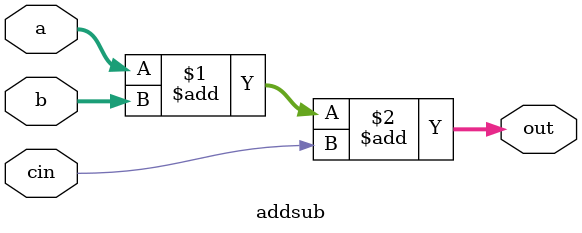
<source format=v>
`timescale 1ns / 1ps
module mult8bit( 
output [15:0] prod,

input [7:0] mc, 
input [7:0] mp,
input clk
);
wire busy;
reg [7:0] A, Q, M;
reg Q_1;
reg [3:0] count;
wire [7:0] sum, difference;
reg ss;
initial begin
#100
A <= 8'b0;
 M <= mc;
 Q <= mp;
 Q_1 <= 1'b0;
 count <= 4'b0;
 ss <= 1'b1;
 end  
always @(posedge clk)
begin
 if (busy&ss) begin
  case ({Q[0], Q_1})
 2'b0_1 : {A, Q, Q_1} <= {sum[7], sum, Q};
 2'b1_0 : {A, Q, Q_1} <= {difference[7], difference, Q};
 default: {A, Q, Q_1} <= {A[7], A, Q};
 endcase
 count <= count + 1'b1;
 end
end
addsub adder (sum, A, M, 1'b0);
addsub subtracter (difference, A, ~M, 1'b1);
assign prod = {A, Q};
assign busy = (count < 8);
endmodule
module addsub(out, a, b, cin);
output [7:0] out;
input [7:0] a;
input [7:0] b;
input cin;
assign out = a + b + cin;
endmodule
</source>
